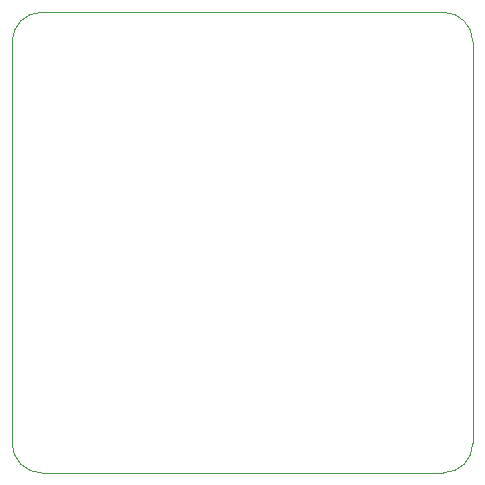
<source format=gbr>
G04 #@! TF.GenerationSoftware,KiCad,Pcbnew,8.0.4*
G04 #@! TF.CreationDate,2025-09-28T15:06:51-07:00*
G04 #@! TF.ProjectId,GMAX3412_breakout,474d4158-3334-4313-925f-627265616b6f,rev?*
G04 #@! TF.SameCoordinates,Original*
G04 #@! TF.FileFunction,Profile,NP*
%FSLAX46Y46*%
G04 Gerber Fmt 4.6, Leading zero omitted, Abs format (unit mm)*
G04 Created by KiCad (PCBNEW 8.0.4) date 2025-09-28 15:06:51*
%MOMM*%
%LPD*%
G01*
G04 APERTURE LIST*
G04 #@! TA.AperFunction,Profile*
%ADD10C,0.100000*%
G04 #@! TD*
G04 APERTURE END LIST*
D10*
X2500000Y-39000000D02*
X36500000Y-39000000D01*
X36500000Y0D02*
G75*
G02*
X39000000Y-2500000I0J-2500000D01*
G01*
X39000000Y-36500000D02*
G75*
G02*
X36500000Y-39000000I-2500000J0D01*
G01*
X0Y-2500000D02*
G75*
G02*
X2500000Y0I2500000J0D01*
G01*
X0Y-2500000D02*
X0Y-36500000D01*
X36500000Y0D02*
X2500000Y0D01*
X39000000Y-36500000D02*
X39000000Y-2500000D01*
X2500000Y-39000000D02*
G75*
G02*
X0Y-36500000I0J2500000D01*
G01*
M02*

</source>
